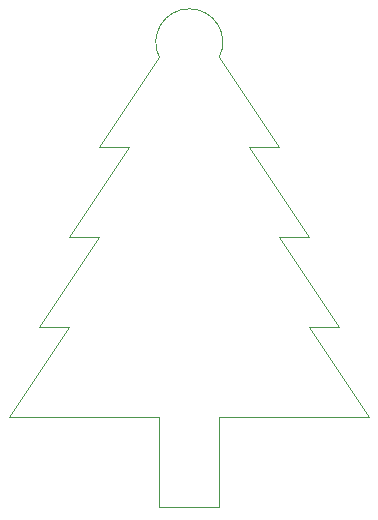
<source format=gbr>
G04 #@! TF.GenerationSoftware,KiCad,Pcbnew,(5.1.4)-1*
G04 #@! TF.CreationDate,2020-11-14T12:40:32-05:00*
G04 #@! TF.ProjectId,circuit,63697263-7569-4742-9e6b-696361645f70,rev?*
G04 #@! TF.SameCoordinates,Original*
G04 #@! TF.FileFunction,Profile,NP*
%FSLAX46Y46*%
G04 Gerber Fmt 4.6, Leading zero omitted, Abs format (unit mm)*
G04 Created by KiCad (PCBNEW (5.1.4)-1) date 2020-11-14 12:40:32*
%MOMM*%
%LPD*%
G04 APERTURE LIST*
%ADD10C,0.050000*%
G04 APERTURE END LIST*
D10*
X60960001Y-45720000D02*
G75*
G02X66039999Y-45719999I2539999J1270000D01*
G01*
X71120000Y-53340000D02*
X66040000Y-45720000D01*
X68580000Y-53340000D02*
X71120000Y-53340000D01*
X55880000Y-53340000D02*
X60960000Y-45720000D01*
X58420000Y-53340000D02*
X55880000Y-53340000D01*
X53340000Y-60960000D02*
X58420000Y-53340000D01*
X55880000Y-60960000D02*
X53340000Y-60960000D01*
X50800000Y-68580000D02*
X55880000Y-60960000D01*
X53340000Y-68580000D02*
X50800000Y-68580000D01*
X48260000Y-76200000D02*
X53340000Y-68580000D01*
X60960000Y-76200000D02*
X48260000Y-76200000D01*
X73660000Y-60960000D02*
X68580000Y-53340000D01*
X71120000Y-60960000D02*
X73660000Y-60960000D01*
X76200000Y-68580000D02*
X71120000Y-60960000D01*
X73660000Y-68580000D02*
X76200000Y-68580000D01*
X78740000Y-76200000D02*
X73660000Y-68580000D01*
X66040000Y-76200000D02*
X78740000Y-76200000D01*
X66040000Y-83820000D02*
X66040000Y-76200000D01*
X60960000Y-83820000D02*
X66040000Y-83820000D01*
X60960000Y-76200000D02*
X60960000Y-83820000D01*
M02*

</source>
